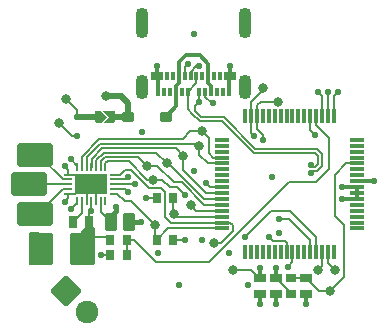
<source format=gtl>
G04*
G04 #@! TF.GenerationSoftware,Altium Limited,Altium Designer,23.3.1 (30)*
G04*
G04 Layer_Physical_Order=1*
G04 Layer_Color=255*
%FSLAX43Y43*%
%MOMM*%
G71*
G04*
G04 #@! TF.SameCoordinates,68B4457D-8A2E-4C3C-B976-16FA262DB654*
G04*
G04*
G04 #@! TF.FilePolarity,Positive*
G04*
G01*
G75*
%ADD12C,0.150*%
G04:AMPARAMS|DCode=14|XSize=0.7mm|YSize=0.9mm|CornerRadius=0.07mm|HoleSize=0mm|Usage=FLASHONLY|Rotation=0.000|XOffset=0mm|YOffset=0mm|HoleType=Round|Shape=RoundedRectangle|*
%AMROUNDEDRECTD14*
21,1,0.700,0.760,0,0,0.0*
21,1,0.560,0.900,0,0,0.0*
1,1,0.140,0.280,-0.380*
1,1,0.140,-0.280,-0.380*
1,1,0.140,-0.280,0.380*
1,1,0.140,0.280,0.380*
%
%ADD14ROUNDEDRECTD14*%
G04:AMPARAMS|DCode=15|XSize=0.3mm|YSize=0.7mm|CornerRadius=0.03mm|HoleSize=0mm|Usage=FLASHONLY|Rotation=180.000|XOffset=0mm|YOffset=0mm|HoleType=Round|Shape=RoundedRectangle|*
%AMROUNDEDRECTD15*
21,1,0.300,0.640,0,0,180.0*
21,1,0.240,0.700,0,0,180.0*
1,1,0.060,-0.120,0.320*
1,1,0.060,0.120,0.320*
1,1,0.060,0.120,-0.320*
1,1,0.060,-0.120,-0.320*
%
%ADD15ROUNDEDRECTD15*%
G04:AMPARAMS|DCode=16|XSize=1mm|YSize=0.7mm|CornerRadius=0.07mm|HoleSize=0mm|Usage=FLASHONLY|Rotation=180.000|XOffset=0mm|YOffset=0mm|HoleType=Round|Shape=RoundedRectangle|*
%AMROUNDEDRECTD16*
21,1,1.000,0.560,0,0,180.0*
21,1,0.860,0.700,0,0,180.0*
1,1,0.140,-0.430,0.280*
1,1,0.140,0.430,0.280*
1,1,0.140,0.430,-0.280*
1,1,0.140,-0.430,-0.280*
%
%ADD16ROUNDEDRECTD16*%
G04:AMPARAMS|DCode=17|XSize=2mm|YSize=3mm|CornerRadius=0.2mm|HoleSize=0mm|Usage=FLASHONLY|Rotation=90.000|XOffset=0mm|YOffset=0mm|HoleType=Round|Shape=RoundedRectangle|*
%AMROUNDEDRECTD17*
21,1,2.000,2.600,0,0,90.0*
21,1,1.600,3.000,0,0,90.0*
1,1,0.400,1.300,0.800*
1,1,0.400,1.300,-0.800*
1,1,0.400,-1.300,-0.800*
1,1,0.400,-1.300,0.800*
%
%ADD17ROUNDEDRECTD17*%
G04:AMPARAMS|DCode=18|XSize=0.3mm|YSize=1.2mm|CornerRadius=0.03mm|HoleSize=0mm|Usage=FLASHONLY|Rotation=180.000|XOffset=0mm|YOffset=0mm|HoleType=Round|Shape=RoundedRectangle|*
%AMROUNDEDRECTD18*
21,1,0.300,1.140,0,0,180.0*
21,1,0.240,1.200,0,0,180.0*
1,1,0.060,-0.120,0.570*
1,1,0.060,0.120,0.570*
1,1,0.060,0.120,-0.570*
1,1,0.060,-0.120,-0.570*
%
%ADD18ROUNDEDRECTD18*%
G04:AMPARAMS|DCode=19|XSize=0.3mm|YSize=1.2mm|CornerRadius=0.03mm|HoleSize=0mm|Usage=FLASHONLY|Rotation=270.000|XOffset=0mm|YOffset=0mm|HoleType=Round|Shape=RoundedRectangle|*
%AMROUNDEDRECTD19*
21,1,0.300,1.140,0,0,270.0*
21,1,0.240,1.200,0,0,270.0*
1,1,0.060,-0.570,-0.120*
1,1,0.060,-0.570,0.120*
1,1,0.060,0.570,0.120*
1,1,0.060,0.570,-0.120*
%
%ADD19ROUNDEDRECTD19*%
G04:AMPARAMS|DCode=20|XSize=0.2mm|YSize=0.7mm|CornerRadius=0.02mm|HoleSize=0mm|Usage=FLASHONLY|Rotation=0.000|XOffset=0mm|YOffset=0mm|HoleType=Round|Shape=RoundedRectangle|*
%AMROUNDEDRECTD20*
21,1,0.200,0.660,0,0,0.0*
21,1,0.160,0.700,0,0,0.0*
1,1,0.040,0.080,-0.330*
1,1,0.040,-0.080,-0.330*
1,1,0.040,-0.080,0.330*
1,1,0.040,0.080,0.330*
%
%ADD20ROUNDEDRECTD20*%
G04:AMPARAMS|DCode=21|XSize=0.2mm|YSize=0.7mm|CornerRadius=0.02mm|HoleSize=0mm|Usage=FLASHONLY|Rotation=270.000|XOffset=0mm|YOffset=0mm|HoleType=Round|Shape=RoundedRectangle|*
%AMROUNDEDRECTD21*
21,1,0.200,0.660,0,0,270.0*
21,1,0.160,0.700,0,0,270.0*
1,1,0.040,-0.330,-0.080*
1,1,0.040,-0.330,0.080*
1,1,0.040,0.330,0.080*
1,1,0.040,0.330,-0.080*
%
%ADD21ROUNDEDRECTD21*%
%ADD22R,2.700X1.700*%
G04:AMPARAMS|DCode=23|XSize=1.17mm|YSize=2.7mm|CornerRadius=0.117mm|HoleSize=0mm|Usage=FLASHONLY|Rotation=0.000|XOffset=0mm|YOffset=0mm|HoleType=Round|Shape=RoundedRectangle|*
%AMROUNDEDRECTD23*
21,1,1.170,2.466,0,0,0.0*
21,1,0.936,2.700,0,0,0.0*
1,1,0.234,0.468,-1.233*
1,1,0.234,-0.468,-1.233*
1,1,0.234,-0.468,1.233*
1,1,0.234,0.468,1.233*
%
%ADD23ROUNDEDRECTD23*%
G04:AMPARAMS|DCode=24|XSize=0.75mm|YSize=0.96mm|CornerRadius=0.075mm|HoleSize=0mm|Usage=FLASHONLY|Rotation=0.000|XOffset=0mm|YOffset=0mm|HoleType=Round|Shape=RoundedRectangle|*
%AMROUNDEDRECTD24*
21,1,0.750,0.810,0,0,0.0*
21,1,0.600,0.960,0,0,0.0*
1,1,0.150,0.300,-0.405*
1,1,0.150,-0.300,-0.405*
1,1,0.150,-0.300,0.405*
1,1,0.150,0.300,0.405*
%
%ADD24ROUNDEDRECTD24*%
G04:AMPARAMS|DCode=25|XSize=0.95mm|YSize=1.45mm|CornerRadius=0.095mm|HoleSize=0mm|Usage=FLASHONLY|Rotation=0.000|XOffset=0mm|YOffset=0mm|HoleType=Round|Shape=RoundedRectangle|*
%AMROUNDEDRECTD25*
21,1,0.950,1.260,0,0,0.0*
21,1,0.760,1.450,0,0,0.0*
1,1,0.190,0.380,-0.630*
1,1,0.190,-0.380,-0.630*
1,1,0.190,-0.380,0.630*
1,1,0.190,0.380,0.630*
%
%ADD25ROUNDEDRECTD25*%
G04:AMPARAMS|DCode=26|XSize=0.9mm|YSize=0.95mm|CornerRadius=0.09mm|HoleSize=0mm|Usage=FLASHONLY|Rotation=90.000|XOffset=0mm|YOffset=0mm|HoleType=Round|Shape=RoundedRectangle|*
%AMROUNDEDRECTD26*
21,1,0.900,0.770,0,0,90.0*
21,1,0.720,0.950,0,0,90.0*
1,1,0.180,0.385,0.360*
1,1,0.180,0.385,-0.360*
1,1,0.180,-0.385,-0.360*
1,1,0.180,-0.385,0.360*
%
%ADD26ROUNDEDRECTD26*%
G04:AMPARAMS|DCode=27|XSize=0.75mm|YSize=0.96mm|CornerRadius=0.075mm|HoleSize=0mm|Usage=FLASHONLY|Rotation=90.000|XOffset=0mm|YOffset=0mm|HoleType=Round|Shape=RoundedRectangle|*
%AMROUNDEDRECTD27*
21,1,0.750,0.810,0,0,90.0*
21,1,0.600,0.960,0,0,90.0*
1,1,0.150,0.405,0.300*
1,1,0.150,0.405,-0.300*
1,1,0.150,-0.405,-0.300*
1,1,0.150,-0.405,0.300*
%
%ADD27ROUNDEDRECTD27*%
G04:AMPARAMS|DCode=28|XSize=0.7mm|YSize=0.9mm|CornerRadius=0.07mm|HoleSize=0mm|Usage=FLASHONLY|Rotation=90.000|XOffset=0mm|YOffset=0mm|HoleType=Round|Shape=RoundedRectangle|*
%AMROUNDEDRECTD28*
21,1,0.700,0.760,0,0,90.0*
21,1,0.560,0.900,0,0,90.0*
1,1,0.140,0.380,0.280*
1,1,0.140,0.380,-0.280*
1,1,0.140,-0.380,-0.280*
1,1,0.140,-0.380,0.280*
%
%ADD28ROUNDEDRECTD28*%
%ADD50C,0.800*%
%ADD51C,0.300*%
%ADD52C,0.500*%
%ADD53C,0.200*%
%ADD54C,0.400*%
G04:AMPARAMS|DCode=55|XSize=1.925mm|YSize=1.925mm|CornerRadius=0.193mm|HoleSize=0mm|Usage=FLASHONLY|Rotation=315.000|XOffset=0mm|YOffset=0mm|HoleType=Round|Shape=RoundedRectangle|*
%AMROUNDEDRECTD55*
21,1,1.925,1.540,0,0,315.0*
21,1,1.540,1.925,0,0,315.0*
1,1,0.385,0.000,-1.089*
1,1,0.385,-1.089,0.000*
1,1,0.385,0.000,1.089*
1,1,0.385,1.089,0.000*
%
%ADD55ROUNDEDRECTD55*%
%ADD56C,1.925*%
%ADD57O,1.100X2.100*%
%ADD58O,1.100X2.600*%
%ADD59C,0.550*%
G36*
X-12827Y-4318D02*
Y-6604D01*
X-13081Y-6858D01*
X-13843D01*
X-13939Y-6762D01*
X-13970Y-6695D01*
Y-4191D01*
X-13843Y-4064D01*
X-13081D01*
X-12827Y-4318D01*
D02*
G37*
G36*
X-8382Y-3683D02*
Y-6731D01*
X-8509Y-6858D01*
X-9271D01*
X-9525Y-6604D01*
Y-3937D01*
X-9144Y-3556D01*
X-8509D01*
X-8382Y-3683D01*
D02*
G37*
G36*
G01X-8318Y5265D02*
G01X-8318Y6165D01*
G02X-8268Y6215I50J0D01*
G01X-7818D01*
G01X-7318Y5715D01*
G01X-7818Y5215D01*
G01X-8268D01*
G02X-8318Y5265I-0J50D01*
D02*
G37*
G36*
G01X-6668Y5265D02*
G01X-6668Y6165D01*
G03X-6718Y6215I-50J0D01*
G01X-7668D01*
G01X-7168Y5715D01*
G01X-7668Y5215D01*
G01X-6718D01*
G03X-6668Y5265I0J50D01*
D02*
G37*
D12*
X1527Y6889D02*
X1661D01*
X1000Y7416D02*
X1527Y6889D01*
X1000Y7416D02*
Y7790D01*
X-750Y9879D02*
X-474Y10155D01*
X-750Y9140D02*
Y9879D01*
X-250Y9140D02*
Y9520D01*
X230Y10000D02*
X500D01*
X-250Y9520D02*
X230Y10000D01*
X3354Y-7239D02*
X4891D01*
X5588Y-7936D01*
X-3182Y-6597D02*
X1323D01*
X8083Y162D01*
X10364D01*
X1750Y-4957D02*
X2349D01*
X3354Y-3952D01*
Y-3484D01*
X-5080Y-4699D02*
X-3182Y-6597D01*
X250Y8540D02*
Y9140D01*
X-500Y7790D02*
X250Y8540D01*
X500Y6985D02*
Y7790D01*
X127Y6612D02*
X500Y6985D01*
X127Y6223D02*
Y6612D01*
X-500Y6355D02*
Y7790D01*
Y6355D02*
X-120Y5976D01*
X-223Y6078D02*
X-120Y5976D01*
Y5976D02*
Y5976D01*
Y5976D02*
X515Y5340D01*
X127Y6223D02*
X660Y5690D01*
X2552D01*
X515Y5340D02*
X2407D01*
X2552Y5690D02*
X5228Y3014D01*
X10469D01*
X10572Y2911D01*
X10572D01*
X2407Y5340D02*
X5083Y2664D01*
X10324D01*
X10572Y2911D02*
X10913Y2569D01*
X10324Y2664D02*
X10563Y2424D01*
Y1709D02*
Y2424D01*
X10913Y1564D02*
Y2569D01*
X10451Y1101D02*
X10913Y1564D01*
X10306Y1451D02*
X10563Y1709D01*
X10106Y1451D02*
X10306D01*
X9906Y1651D02*
X10106Y1451D01*
X10106Y1101D02*
X10451D01*
X9906Y901D02*
X10106Y1101D01*
X11472Y1271D02*
Y3895D01*
X10364Y162D02*
X11472Y1271D01*
X10378Y4989D02*
X11472Y3895D01*
X12700Y-7874D02*
Y-3429D01*
X11938Y-2667D02*
X12700Y-3429D01*
X11938Y-2667D02*
Y762D01*
X11557Y-9017D02*
X12700Y-7874D01*
X11378Y-6679D02*
Y-5750D01*
Y-6679D02*
X11938Y-7239D01*
X10878Y-6902D02*
Y-5750D01*
X10541Y-7239D02*
X10878Y-6902D01*
X10606Y-9017D02*
X11557D01*
X9525Y-7936D02*
X10606Y-9017D01*
X-5281Y-1450D02*
X-3302Y-3429D01*
X-5832Y-1450D02*
X-5281D01*
X-6482Y-800D02*
X-5832Y-1450D01*
X-3302Y-4495D02*
X-3098Y-4699D01*
X-3352Y-4445D02*
X-3302Y-4495D01*
Y-3429D01*
X-1918Y-3250D02*
X2378D01*
X-2417Y-2751D02*
Y-676D01*
Y-2751D02*
X-1918Y-3250D01*
X-2770Y-323D02*
X-2417Y-676D01*
X-3805Y-323D02*
X-2770D01*
X-5822Y1185D02*
X-5313D01*
X-3805Y-323D01*
X-2637Y381D02*
X-1978Y-278D01*
X-3429Y381D02*
X-2637D01*
X-1978Y-278D02*
X-1373D01*
X-1678Y143D02*
X-1016D01*
X-3059Y1524D02*
X-1678Y143D01*
X-3937Y1524D02*
X-3059D01*
X2378Y-3250D02*
X3120D01*
X3354Y-3484D01*
X6573Y-2286D02*
X8183D01*
X4378Y-4481D02*
X6573Y-2286D01*
X-2286Y1778D02*
X-2125D01*
X903Y-1250D02*
X2378D01*
X-2125Y1778D02*
X903Y-1250D01*
X-7615Y2676D02*
X-3184D01*
X-2286Y1778D01*
X-1016Y143D02*
X877Y-1750D01*
X2378D01*
X-4728Y2315D02*
X-3937Y1524D01*
X-3900Y381D02*
X-3429D01*
X-7253Y1955D02*
X-5475D01*
X-3900Y381D01*
X-1373Y-278D02*
X-762Y-889D01*
X-7984Y3807D02*
X-930D01*
X-274Y4463D02*
X745D01*
X-930Y3807D02*
X-274Y4463D01*
X-9455Y2336D02*
X-7984Y3807D01*
X-7759Y3032D02*
X-1508D01*
X-889Y2413D01*
Y1168D02*
Y2413D01*
Y1168D02*
X1029Y-750D01*
X1661Y2250D02*
X2378D01*
X1303Y2608D02*
Y3905D01*
Y2608D02*
X1661Y2250D01*
X1253Y1750D02*
X1939D01*
X500Y2503D02*
X1253Y1750D01*
X500Y2503D02*
Y3189D01*
X301Y3197D02*
Y3388D01*
X-7905D02*
X301D01*
X1939Y1750D02*
X2378D01*
X745Y4463D02*
X1303Y3905D01*
X-9906Y5715D02*
Y6309D01*
X-10804Y7207D02*
X-9906Y6309D01*
X5684Y6985D02*
X7112D01*
X5378Y6679D02*
X5684Y6985D01*
X5378Y5750D02*
Y6679D01*
X4878Y5750D02*
Y6985D01*
X5842Y7949D01*
Y8128D01*
X-10287Y4064D02*
X-9906D01*
X-11430Y5207D02*
X-10287Y4064D01*
X250Y-2250D02*
X2378D01*
X-250Y-1750D02*
X250Y-2250D01*
X-1441Y-2750D02*
X2378D01*
X-1728Y-2463D02*
X-1441Y-2750D01*
X-1728Y-2463D02*
Y-1143D01*
X1016Y127D02*
X1393Y-250D01*
X2378D01*
X-4064Y-1143D02*
X-3098D01*
X-6705Y800D02*
X-6207D01*
X-5822Y1185D01*
X-7474Y2315D02*
X-4728D01*
X1029Y-750D02*
X2378D01*
X7747Y-4826D02*
X7878Y-4957D01*
Y-5750D02*
Y-4957D01*
X6731Y-4826D02*
X7747D01*
X6350Y-4445D02*
X6731Y-4826D01*
X7975Y-6985D02*
X8001D01*
X8378Y-6608D01*
Y-5750D01*
X8183Y-2286D02*
X10378Y-4481D01*
Y-5750D02*
Y-4481D01*
X7239Y-2921D02*
X8100D01*
X9878Y-4699D01*
Y-5282D02*
Y-4699D01*
Y-5750D02*
Y-5282D01*
X12926Y1750D02*
X13878D01*
X11938Y762D02*
X12926Y1750D01*
X9510Y-7951D02*
X9525Y-7936D01*
X8255Y-7951D02*
X9510D01*
X6985Y-7936D02*
X8255Y-9206D01*
Y-9321D02*
Y-9206D01*
X-2149Y-3750D02*
X2378D01*
X-3098Y-4699D02*
X-2149Y-3750D01*
X-5665Y-4699D02*
X-5080D01*
X-7874Y-5969D02*
X-7035D01*
X5378Y4669D02*
X5878Y4169D01*
Y3745D02*
Y4169D01*
X5378Y4669D02*
Y5750D01*
X4878Y4325D02*
Y5750D01*
Y4325D02*
X5126Y4077D01*
X9878Y4600D02*
X10287Y4191D01*
X9878Y4600D02*
Y5750D01*
X10378Y4989D02*
Y5750D01*
X-7289Y-4445D02*
X-7035Y-4699D01*
X-8763Y-4445D02*
X-7289D01*
X-8714Y-2287D02*
X-8655Y-2228D01*
X11878Y5750D02*
Y7476D01*
X11378Y5750D02*
Y7790D01*
X10878Y5750D02*
Y7453D01*
X10541Y7790D02*
X10878Y7453D01*
X11878Y7476D02*
X12192Y7790D01*
X-4953Y0D02*
X-4953Y0D01*
X-6705Y0D02*
X-4953D01*
X-5823Y400D02*
X-5588Y635D01*
X-6705Y400D02*
X-5823D01*
X-6705Y-400D02*
X-5823D01*
X-5588Y-635D01*
X-6705Y-800D02*
X-6482D01*
X-9455Y1450D02*
Y2336D01*
X-9030Y2263D02*
X-7905Y3388D01*
X-9030Y1450D02*
Y2263D01*
X-8630Y2161D02*
X-7759Y3032D01*
X-8630Y1450D02*
Y2161D01*
X-8255Y2036D02*
X-7615Y2676D01*
X-8255Y1450D02*
Y2036D01*
X-7855Y1934D02*
X-7474Y2315D01*
X-7855Y1450D02*
Y1934D01*
X-7455Y1754D02*
X-7253Y1955D01*
X-7455Y1450D02*
Y1754D01*
X-5665Y-5969D02*
Y-4699D01*
X-8655Y1450D02*
X-8630D01*
X-9055D02*
X-9030D01*
D14*
X-3098Y-1143D02*
D03*
X-1728D02*
D03*
X-5665Y-4699D02*
D03*
X-7035D02*
D03*
Y-5969D02*
D03*
X-5665D02*
D03*
X-3098Y-4699D02*
D03*
X-1728D02*
D03*
D15*
X3000Y7790D02*
D03*
X2500D02*
D03*
X2000D02*
D03*
X1500D02*
D03*
X1000D02*
D03*
X500Y7790D02*
D03*
X-500D02*
D03*
X-1000Y7790D02*
D03*
X-1500D02*
D03*
X-2000D02*
D03*
X-2500D02*
D03*
X-3000D02*
D03*
X-2250Y9140D02*
D03*
X-1750D02*
D03*
X-1250D02*
D03*
X-750D02*
D03*
X-250D02*
D03*
X250D02*
D03*
X750D02*
D03*
X1250D02*
D03*
X1750D02*
D03*
X2250D02*
D03*
D16*
X-3100D02*
D03*
X3100D02*
D03*
D17*
X-13405Y2500D02*
D03*
X-13905Y0D02*
D03*
X-13405Y-2500D02*
D03*
D18*
X11878Y-5750D02*
D03*
X11378D02*
D03*
X10878D02*
D03*
X10378D02*
D03*
X9878D02*
D03*
X9378D02*
D03*
X8878D02*
D03*
X8378D02*
D03*
X7878D02*
D03*
X7378D02*
D03*
X6878D02*
D03*
X6378D02*
D03*
X5878D02*
D03*
X5378D02*
D03*
X4878D02*
D03*
X4378D02*
D03*
Y5750D02*
D03*
X4878D02*
D03*
X5378D02*
D03*
X5878D02*
D03*
X6378D02*
D03*
X6878D02*
D03*
X7378D02*
D03*
X7878Y5750D02*
D03*
X8378Y5750D02*
D03*
X8878D02*
D03*
X9378D02*
D03*
X9878D02*
D03*
X10378D02*
D03*
X10878D02*
D03*
X11378D02*
D03*
X11878D02*
D03*
D19*
X2378Y-3750D02*
D03*
Y-3250D02*
D03*
Y-2750D02*
D03*
Y-2250D02*
D03*
Y-1750D02*
D03*
Y-1250D02*
D03*
Y-750D02*
D03*
Y-250D02*
D03*
X2378Y250D02*
D03*
X2378Y750D02*
D03*
Y1250D02*
D03*
Y1750D02*
D03*
Y2250D02*
D03*
Y2750D02*
D03*
Y3250D02*
D03*
Y3750D02*
D03*
X13878D02*
D03*
Y3250D02*
D03*
Y2750D02*
D03*
Y2250D02*
D03*
Y1750D02*
D03*
Y1250D02*
D03*
Y750D02*
D03*
Y250D02*
D03*
Y-250D02*
D03*
Y-750D02*
D03*
Y-1250D02*
D03*
Y-1750D02*
D03*
Y-2250D02*
D03*
Y-2750D02*
D03*
Y-3250D02*
D03*
Y-3750D02*
D03*
D20*
X-7455Y1450D02*
D03*
X-7855D02*
D03*
X-8255D02*
D03*
X-8655D02*
D03*
X-9055D02*
D03*
X-9455Y1450D02*
D03*
X-9855D02*
D03*
Y-1450D02*
D03*
X-9455D02*
D03*
X-9055Y-1450D02*
D03*
X-8655Y-1450D02*
D03*
X-8255Y-1450D02*
D03*
X-7855D02*
D03*
X-7455D02*
D03*
D21*
X-10605Y800D02*
D03*
Y400D02*
D03*
Y0D02*
D03*
Y-400D02*
D03*
Y-800D02*
D03*
X-6705Y-800D02*
D03*
X-6705Y-400D02*
D03*
X-6705Y0D02*
D03*
Y400D02*
D03*
Y800D02*
D03*
D22*
X-8655Y0D02*
D03*
D23*
X-12496Y-5461D02*
D03*
X-9856D02*
D03*
D24*
X-10225Y-3175D02*
D03*
X-8825D02*
D03*
D25*
X-5423D02*
D03*
X-7023D02*
D03*
D26*
X-2362Y5715D02*
D03*
X-5512D02*
D03*
D27*
X6985Y-9336D02*
D03*
Y-7936D02*
D03*
X5588Y-9336D02*
D03*
Y-7936D02*
D03*
X9525Y-9336D02*
D03*
Y-7936D02*
D03*
D28*
X8255Y-9321D02*
D03*
Y-7951D02*
D03*
D50*
X10541Y-7239D02*
D03*
X11938D02*
D03*
X-11430Y5207D02*
D03*
X-1651Y-2540D02*
D03*
X3354Y-7239D02*
D03*
X-3302Y-3429D02*
D03*
X1750Y-4957D02*
D03*
X745Y4463D02*
D03*
X500Y3189D02*
D03*
X-889Y2413D02*
D03*
X-2286Y1778D02*
D03*
X-3937Y1524D02*
D03*
X-10804Y7207D02*
D03*
X-3429Y381D02*
D03*
X5842Y8128D02*
D03*
X7112Y6985D02*
D03*
X11557Y-9017D02*
D03*
X-7378Y7476D02*
D03*
X-250Y-1750D02*
D03*
D51*
X-645Y10911D02*
X519D01*
X-1250Y10306D02*
X-645Y10911D01*
X-1250Y9140D02*
Y10306D01*
X519Y10911D02*
X1250Y10180D01*
X9525Y-10160D02*
Y-9336D01*
X13878Y-750D02*
Y-250D01*
Y-1250D02*
Y-750D01*
X12573Y-1250D02*
X13878D01*
X12573Y-250D02*
X13878D01*
X6985Y-10160D02*
Y-9336D01*
X5588Y-10160D02*
Y-9336D01*
Y-7936D02*
Y-7112D01*
X6985Y-7936D02*
Y-7112D01*
X15236Y250D02*
X15240Y254D01*
X13878Y250D02*
X15236D01*
X3100Y9140D02*
Y10000D01*
X-3100Y9140D02*
Y10000D01*
Y9140D02*
X-3000Y9040D01*
Y7790D02*
Y9040D01*
X3000D02*
X3100Y9140D01*
X3000Y7790D02*
Y9040D01*
X1250Y9140D02*
Y10180D01*
X-1250Y9140D02*
X-1250D01*
X1250Y8581D02*
Y9140D01*
Y8581D02*
X1500Y8331D01*
Y7790D02*
Y8331D01*
X-1500Y7790D02*
Y8331D01*
X-1250Y8581D01*
Y9140D01*
X-1500Y6577D02*
Y7790D01*
X-2362Y5715D02*
X-1500Y6577D01*
D52*
X-7378Y7476D02*
X-6099D01*
X-5512Y6889D01*
Y5715D02*
Y6889D01*
X-6768Y5715D02*
X-5512D01*
X-9906D02*
X-9017D01*
X-7818D01*
D53*
X-1728Y-4699D02*
X-700D01*
X-8825Y-2397D02*
X-8714Y-2286D01*
X-8655Y-2228D02*
Y-1450D01*
Y0D02*
X-8255Y-400D01*
Y-1450D02*
Y-400D01*
X-10605Y-800D02*
X-10020D01*
X-9220Y0D01*
X-10605Y800D02*
X-10020D01*
X-9220Y0D02*
X-8655D01*
X-10020Y800D02*
X-9220Y0D01*
X-9055Y-400D02*
X-8655Y0D01*
X-9055Y-1450D02*
Y-400D01*
X-7855Y-2343D02*
Y-1450D01*
Y-2343D02*
X-7023Y-3175D01*
X-9855Y1450D02*
Y1563D01*
X-10392Y2100D02*
X-9855Y1563D01*
X-10392Y-2100D02*
X-9855Y-1563D01*
Y-1450D01*
X-9455Y-2405D02*
Y-1450D01*
X-10225Y-3175D02*
X-9455Y-2405D01*
X-8714Y-2286D02*
X-8714Y-2286D01*
Y-2287D02*
Y-2286D01*
X-8825Y-3175D02*
Y-2397D01*
X-13905Y0D02*
X-13905Y0D01*
X-10605D01*
X-11068Y400D02*
X-10605D01*
X-13168Y2500D02*
X-11068Y400D01*
X-13405Y2500D02*
X-13168D01*
X-13405Y-2500D02*
X-13168D01*
X-11068Y-400D01*
X-10605D01*
Y-1207D02*
Y-800D01*
X-10922Y-1524D02*
X-10605Y-1207D01*
X-10922Y1524D02*
X-10605Y1207D01*
Y800D02*
Y1207D01*
D54*
X-5423Y-3175D02*
X-4445D01*
X-6604Y-2266D02*
Y-1905D01*
X-7023Y-2685D02*
X-6604Y-2266D01*
X-7023Y-3175D02*
Y-2685D01*
D55*
X-10804Y-9008D02*
D03*
D56*
X-9008Y-10804D02*
D03*
D57*
X-4320Y8250D02*
D03*
X4320D02*
D03*
D58*
X-4320Y13610D02*
D03*
X4320D02*
D03*
D59*
X0Y12685D02*
D03*
X1661Y6889D02*
D03*
X-474Y10155D02*
D03*
X4378Y-4481D02*
D03*
X1016Y127D02*
D03*
X-762Y-889D02*
D03*
X-4064Y-1143D02*
D03*
X6350Y-4445D02*
D03*
X7239Y-4114D02*
D03*
X7975Y-6985D02*
D03*
X7239Y-2921D02*
D03*
X9525Y-10160D02*
D03*
X4572Y-8525D02*
D03*
X-1270Y-8537D02*
D03*
X3000Y-5858D02*
D03*
X-3000Y-5858D02*
D03*
X-6099Y7476D02*
D03*
X12573Y-1250D02*
D03*
Y-250D02*
D03*
X6985Y-10160D02*
D03*
X5588D02*
D03*
Y-7112D02*
D03*
X6985D02*
D03*
X15240Y254D02*
D03*
X-7874Y-5969D02*
D03*
X5878Y3745D02*
D03*
X5126Y4077D02*
D03*
X6604Y635D02*
D03*
X10287Y4191D02*
D03*
X-8763Y-6477D02*
D03*
Y-5461D02*
D03*
Y-4445D02*
D03*
X-13589Y-6477D02*
D03*
Y-5461D02*
D03*
Y-4445D02*
D03*
X-9906Y4064D02*
D03*
X-4320Y4445D02*
D03*
X11378Y7790D02*
D03*
X10541D02*
D03*
X12192D02*
D03*
X-4953Y0D02*
D03*
X-5588Y635D02*
D03*
X-5588Y-635D02*
D03*
X0Y1143D02*
D03*
X700Y-4699D02*
D03*
X-700D02*
D03*
X3100Y10000D02*
D03*
X-3100D02*
D03*
X9906Y901D02*
D03*
Y1651D02*
D03*
X500Y10000D02*
D03*
Y6985D02*
D03*
X-4445Y-3175D02*
D03*
X-6604Y-1905D02*
D03*
X-9906Y5715D02*
D03*
X-9017D02*
D03*
X-10392Y2100D02*
D03*
Y-2100D02*
D03*
X-8714Y-2287D02*
D03*
X-10922Y-1524D02*
D03*
Y1524D02*
D03*
M02*

</source>
